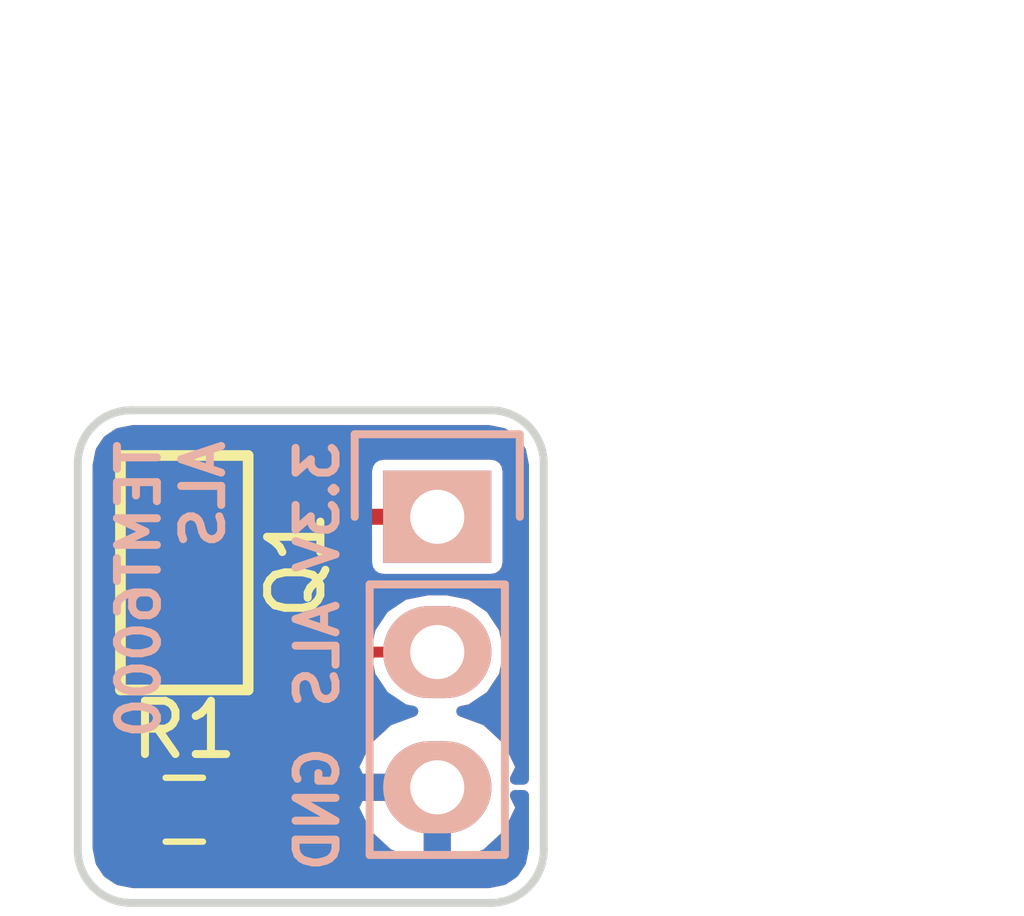
<source format=kicad_pcb>
(kicad_pcb (version 20170123) (host pcbnew "(2017-07-18 revision f509ccc7c)-makepkg")

  (general
    (thickness 1.6)
    (drawings 14)
    (tracks 9)
    (zones 0)
    (modules 3)
    (nets 4)
  )

  (page A4)
  (layers
    (0 F.Cu signal)
    (31 B.Cu signal)
    (32 B.Adhes user)
    (33 F.Adhes user)
    (34 B.Paste user)
    (35 F.Paste user)
    (36 B.SilkS user)
    (37 F.SilkS user)
    (38 B.Mask user)
    (39 F.Mask user)
    (40 Dwgs.User user)
    (41 Cmts.User user)
    (42 Eco1.User user)
    (43 Eco2.User user)
    (44 Edge.Cuts user)
    (45 Margin user)
    (46 B.CrtYd user)
    (47 F.CrtYd user)
    (48 B.Fab user hide)
    (49 F.Fab user hide)
  )

  (setup
    (last_trace_width 0.2032)
    (trace_clearance 0.2032)
    (zone_clearance 0.2032)
    (zone_45_only no)
    (trace_min 0.2)
    (segment_width 0.2)
    (edge_width 0.15)
    (via_size 0.6)
    (via_drill 0.4)
    (via_min_size 0.4)
    (via_min_drill 0.3)
    (uvia_size 0.3)
    (uvia_drill 0.1)
    (uvias_allowed no)
    (uvia_min_size 0.2)
    (uvia_min_drill 0.1)
    (pcb_text_width 0.3)
    (pcb_text_size 1.5 1.5)
    (mod_edge_width 0.15)
    (mod_text_size 1 1)
    (mod_text_width 0.15)
    (pad_size 1.524 1.524)
    (pad_drill 0.762)
    (pad_to_mask_clearance 0.2)
    (aux_axis_origin 0 0)
    (visible_elements 7FFFFF7F)
    (pcbplotparams
      (layerselection 0x00030_ffffffff)
      (usegerberextensions false)
      (excludeedgelayer true)
      (linewidth 0.100000)
      (plotframeref false)
      (viasonmask false)
      (mode 1)
      (useauxorigin false)
      (hpglpennumber 1)
      (hpglpenspeed 20)
      (hpglpendiameter 15)
      (psnegative false)
      (psa4output false)
      (plotreference true)
      (plotvalue true)
      (plotinvisibletext false)
      (padsonsilk false)
      (subtractmaskfromsilk false)
      (outputformat 1)
      (mirror false)
      (drillshape 1)
      (scaleselection 1)
      (outputdirectory ""))
  )

  (net 0 "")
  (net 1 +3V3)
  (net 2 GND)
  (net 3 /ALS)

  (net_class Default "This is the default net class."
    (clearance 0.2032)
    (trace_width 0.2032)
    (via_dia 0.6)
    (via_drill 0.4)
    (uvia_dia 0.3)
    (uvia_drill 0.1)
    (add_net +3V3)
    (add_net /ALS)
    (add_net GND)
  )

  (module Pin_Headers:Pin_Header_Straight_1x03 (layer B.Cu) (tedit 598773E0) (tstamp 5A27114E)
    (at 159.25 91.5 180)
    (descr "Through hole pin header")
    (tags "pin header")
    (path /5987BD2C)
    (fp_text reference J1 (at 0 5.1 180) (layer B.SilkS) hide
      (effects (font (size 1 1) (thickness 0.15)) (justify mirror))
    )
    (fp_text value CONN_01X03 (at 0 3.1 180) (layer B.Fab)
      (effects (font (size 1 1) (thickness 0.15)) (justify mirror))
    )
    (fp_line (start -1.75 1.75) (end -1.75 -6.85) (layer B.CrtYd) (width 0.05))
    (fp_line (start 1.75 1.75) (end 1.75 -6.85) (layer B.CrtYd) (width 0.05))
    (fp_line (start -1.75 1.75) (end 1.75 1.75) (layer B.CrtYd) (width 0.05))
    (fp_line (start -1.75 -6.85) (end 1.75 -6.85) (layer B.CrtYd) (width 0.05))
    (fp_line (start -1.27 -1.27) (end -1.27 -6.35) (layer B.SilkS) (width 0.15))
    (fp_line (start -1.27 -6.35) (end 1.27 -6.35) (layer B.SilkS) (width 0.15))
    (fp_line (start 1.27 -6.35) (end 1.27 -1.27) (layer B.SilkS) (width 0.15))
    (fp_line (start 1.55 1.55) (end 1.55 0) (layer B.SilkS) (width 0.15))
    (fp_line (start 1.27 -1.27) (end -1.27 -1.27) (layer B.SilkS) (width 0.15))
    (fp_line (start -1.55 0) (end -1.55 1.55) (layer B.SilkS) (width 0.15))
    (fp_line (start -1.55 1.55) (end 1.55 1.55) (layer B.SilkS) (width 0.15))
    (pad 1 thru_hole rect (at 0 0 180) (size 2.032 1.7272) (drill 1.016) (layers *.Cu *.Mask B.SilkS)
      (net 1 +3V3))
    (pad 2 thru_hole oval (at 0 -2.54 180) (size 2.032 1.7272) (drill 1.016) (layers *.Cu *.Mask B.SilkS)
      (net 3 /ALS))
    (pad 3 thru_hole oval (at 0 -5.08 180) (size 2.032 1.7272) (drill 1.016) (layers *.Cu *.Mask B.SilkS)
      (net 2 GND))
    (model Pin_Headers.3dshapes/Pin_Header_Straight_1x03.wrl
      (at (xyz 0 -0.1 0))
      (scale (xyz 1 1 1))
      (rotate (xyz 0 0 90))
    )
  )

  (module Opto-Devices-xil:TEMT6000 (layer F.Cu) (tedit 5987732A) (tstamp 5A15428D)
    (at 154.5 93.75)
    (path /5987B92F)
    (fp_text reference Q1 (at 2.1 -1.35 90) (layer F.SilkS)
      (effects (font (size 1 1) (thickness 0.15)))
    )
    (fp_text value TEMT6000 (at -2.066839 -1.691513 90) (layer F.SilkS) hide
      (effects (font (size 1 1) (thickness 0.15)))
    )
    (fp_line (start 1.19888 1.00076) (end -1.19888 1.00076) (layer F.SilkS) (width 0.2))
    (fp_line (start -1.19888 1.00076) (end -1.19888 -3.40106) (layer F.SilkS) (width 0.2))
    (fp_line (start -1.19888 -3.40106) (end 1.19888 -3.40106) (layer F.SilkS) (width 0.2))
    (fp_line (start 1.19888 -3.40106) (end 1.19888 1.00076) (layer F.SilkS) (width 0.2))
    (pad 1 smd rect (at 0 -2.99974) (size 1.00076 1.09982) (layers F.Cu F.Paste F.Mask)
      (net 1 +3V3))
    (pad 2 smd rect (at -0.55118 0.55118) (size 0.8001 1.09982) (layers F.Cu F.Paste F.Mask)
      (net 3 /ALS))
    (pad "" smd rect (at 0.55118 0.55118) (size 0.8001 1.09982) (layers F.Cu F.Paste F.Mask))
    (model ${KISYS3DMOD}/LEDs.3dshapes/LED_1206.wrl
      (at (xyz 0 0.04921259842519685 0))
      (scale (xyz 1.4 1.4 1.4))
      (rotate (xyz 0 0 90))
    )
  )

  (module Capacitors_SMD:C_0603 (layer F.Cu) (tedit 58AA844E) (tstamp 5A1542B2)
    (at 154.5 97)
    (descr "Capacitor SMD 0603, reflow soldering, AVX (see smccp.pdf)")
    (tags "capacitor 0603")
    (path /5987BA1A)
    (attr smd)
    (fp_text reference R1 (at 0 -1.5) (layer F.SilkS)
      (effects (font (size 1 1) (thickness 0.15)))
    )
    (fp_text value 10K (at 0 1.5) (layer F.Fab)
      (effects (font (size 1 1) (thickness 0.15)))
    )
    (fp_line (start 1.4 0.65) (end -1.4 0.65) (layer F.CrtYd) (width 0.05))
    (fp_line (start 1.4 0.65) (end 1.4 -0.65) (layer F.CrtYd) (width 0.05))
    (fp_line (start -1.4 -0.65) (end -1.4 0.65) (layer F.CrtYd) (width 0.05))
    (fp_line (start -1.4 -0.65) (end 1.4 -0.65) (layer F.CrtYd) (width 0.05))
    (fp_line (start 0.35 0.6) (end -0.35 0.6) (layer F.SilkS) (width 0.12))
    (fp_line (start -0.35 -0.6) (end 0.35 -0.6) (layer F.SilkS) (width 0.12))
    (fp_line (start -0.8 -0.4) (end 0.8 -0.4) (layer F.Fab) (width 0.1))
    (fp_line (start 0.8 -0.4) (end 0.8 0.4) (layer F.Fab) (width 0.1))
    (fp_line (start 0.8 0.4) (end -0.8 0.4) (layer F.Fab) (width 0.1))
    (fp_line (start -0.8 0.4) (end -0.8 -0.4) (layer F.Fab) (width 0.1))
    (fp_text user %R (at 0 -1.5) (layer F.Fab)
      (effects (font (size 1 1) (thickness 0.15)))
    )
    (pad 2 smd rect (at 0.75 0) (size 0.8 0.75) (layers F.Cu F.Paste F.Mask)
      (net 2 GND))
    (pad 1 smd rect (at -0.75 0) (size 0.8 0.75) (layers F.Cu F.Paste F.Mask)
      (net 3 /ALS))
    (model Capacitors_SMD.3dshapes/C_0603.wrl
      (at (xyz 0 0 0))
      (scale (xyz 1 1 1))
      (rotate (xyz 0 0 0))
    )
  )

  (dimension 8.75 (width 0.3) (layer Margin)
    (gr_text "8.750 mm" (at 156.875 83.65) (layer Margin)
      (effects (font (size 1.5 1.5) (thickness 0.3)))
    )
    (feature1 (pts (xy 161.25 87.75) (xy 161.25 82.3)))
    (feature2 (pts (xy 152.5 87.75) (xy 152.5 82.3)))
    (crossbar (pts (xy 152.5 85) (xy 161.25 85)))
    (arrow1a (pts (xy 161.25 85) (xy 160.123496 85.586421)))
    (arrow1b (pts (xy 161.25 85) (xy 160.123496 84.413579)))
    (arrow2a (pts (xy 152.5 85) (xy 153.626504 85.586421)))
    (arrow2b (pts (xy 152.5 85) (xy 153.626504 84.413579)))
  )
  (dimension 9.25 (width 0.3) (layer Margin)
    (gr_text "9.250 mm" (at 167.6 94.125 270) (layer Margin)
      (effects (font (size 1.5 1.5) (thickness 0.3)))
    )
    (feature1 (pts (xy 164.25 98.75) (xy 168.95 98.75)))
    (feature2 (pts (xy 164.25 89.5) (xy 168.95 89.5)))
    (crossbar (pts (xy 166.25 89.5) (xy 166.25 98.75)))
    (arrow1a (pts (xy 166.25 98.75) (xy 165.663579 97.623496)))
    (arrow1b (pts (xy 166.25 98.75) (xy 166.836421 97.623496)))
    (arrow2a (pts (xy 166.25 89.5) (xy 165.663579 90.626504)))
    (arrow2b (pts (xy 166.25 89.5) (xy 166.836421 90.626504)))
  )
  (gr_text GND (at 157 95.75 90) (layer B.SilkS) (tstamp 5A271259)
    (effects (font (size 0.75 0.75) (thickness 0.15)) (justify left mirror))
  )
  (gr_text ALS (at 157 93 90) (layer B.SilkS) (tstamp 5A271258)
    (effects (font (size 0.75 0.75) (thickness 0.15)) (justify left mirror))
  )
  (gr_text 3.3V (at 157 90 90) (layer B.SilkS) (tstamp 5A271254)
    (effects (font (size 0.75 0.75) (thickness 0.15)) (justify left mirror))
  )
  (gr_text "TEMT6000\nALS" (at 154.25 90 90) (layer B.SilkS)
    (effects (font (size 0.75 0.75) (thickness 0.15)) (justify left mirror))
  )
  (gr_arc (start 160.25 97.75) (end 160.25 98.75) (angle -90) (layer Edge.Cuts) (width 0.15))
  (gr_arc (start 153.5 97.75) (end 152.5 97.75) (angle -90) (layer Edge.Cuts) (width 0.15))
  (gr_arc (start 153.5 90.5) (end 153.5 89.5) (angle -90) (layer Edge.Cuts) (width 0.15))
  (gr_arc (start 160.25 90.5) (end 161.25 90.5) (angle -90) (layer Edge.Cuts) (width 0.15))
  (gr_line (start 153.5 89.5) (end 160.25 89.5) (layer Edge.Cuts) (width 0.15))
  (gr_line (start 152.5 97.75) (end 152.5 90.5) (layer Edge.Cuts) (width 0.15))
  (gr_line (start 160.25 98.75) (end 153.5 98.75) (layer Edge.Cuts) (width 0.15))
  (gr_line (start 161.25 90.5) (end 161.25 97.75) (layer Edge.Cuts) (width 0.15))

  (segment (start 157.5 91.5) (end 156.75026 90.75026) (width 0.3) (layer F.Cu) (net 1))
  (segment (start 156.75026 90.75026) (end 154.5 90.75026) (width 0.3) (layer F.Cu) (net 1))
  (segment (start 159.25 91.5) (end 157.5 91.5) (width 0.3) (layer F.Cu) (net 1))
  (segment (start 153.94882 94.30118) (end 153.94882 95.75) (width 0.2032) (layer F.Cu) (net 3))
  (segment (start 153.94882 95.75) (end 153.94882 96.80118) (width 0.2032) (layer F.Cu) (net 3))
  (segment (start 159.25 94.04) (end 158.0308 94.04) (width 0.2032) (layer F.Cu) (net 3))
  (segment (start 158.0308 94.04) (end 156.3208 95.75) (width 0.2032) (layer F.Cu) (net 3))
  (segment (start 156.3208 95.75) (end 153.94882 95.75) (width 0.2032) (layer F.Cu) (net 3))
  (segment (start 153.94882 96.80118) (end 153.75 97) (width 0.2032) (layer F.Cu) (net 3))

  (zone (net 2) (net_name GND) (layer F.Cu) (tstamp 0) (hatch edge 0.508)
    (connect_pads (clearance 0.2032))
    (min_thickness 0.2032)
    (fill yes (arc_segments 16) (thermal_gap 0.508) (thermal_bridge_width 0.508))
    (polygon
      (pts
        (xy 152.25 89.25) (xy 152.25 99) (xy 161.5 99) (xy 161.5 89.25)
      )
    )
    (filled_polygon
      (pts
        (xy 160.484493 89.933884) (xy 160.683287 90.066714) (xy 160.816116 90.265507) (xy 160.8702 90.537405) (xy 160.8702 96.427598)
        (xy 160.714379 96.427598) (xy 160.825815 96.200254) (xy 160.594243 95.714075) (xy 160.172144 95.323891) (xy 159.708177 95.152724)
        (xy 159.875403 95.119461) (xy 160.25446 94.866184) (xy 160.507737 94.487127) (xy 160.596676 94.04) (xy 160.507737 93.592873)
        (xy 160.25446 93.213816) (xy 159.875403 92.960539) (xy 159.428276 92.8716) (xy 159.071724 92.8716) (xy 158.624597 92.960539)
        (xy 158.24554 93.213816) (xy 157.992263 93.592873) (xy 157.982241 93.643259) (xy 157.875277 93.664535) (xy 157.743432 93.752632)
        (xy 156.152464 95.3436) (xy 154.35522 95.3436) (xy 154.35522 95.160598) (xy 154.467797 95.138205) (xy 154.5 95.116687)
        (xy 154.532203 95.138205) (xy 154.65113 95.161861) (xy 155.45123 95.161861) (xy 155.570157 95.138205) (xy 155.670978 95.070838)
        (xy 155.738345 94.970017) (xy 155.762001 94.85109) (xy 155.762001 93.75127) (xy 155.738345 93.632343) (xy 155.670978 93.531522)
        (xy 155.570157 93.464155) (xy 155.45123 93.440499) (xy 154.65113 93.440499) (xy 154.532203 93.464155) (xy 154.5 93.485673)
        (xy 154.467797 93.464155) (xy 154.34887 93.440499) (xy 153.54877 93.440499) (xy 153.429843 93.464155) (xy 153.329022 93.531522)
        (xy 153.261655 93.632343) (xy 153.237999 93.75127) (xy 153.237999 94.85109) (xy 153.261655 94.970017) (xy 153.329022 95.070838)
        (xy 153.429843 95.138205) (xy 153.54242 95.160598) (xy 153.54242 96.314229) (xy 153.35 96.314229) (xy 153.231073 96.337885)
        (xy 153.130252 96.405252) (xy 153.062885 96.506073) (xy 153.039229 96.625) (xy 153.039229 97.375) (xy 153.062885 97.493927)
        (xy 153.130252 97.594748) (xy 153.231073 97.662115) (xy 153.35 97.685771) (xy 154.15 97.685771) (xy 154.268927 97.662115)
        (xy 154.300392 97.641091) (xy 154.333206 97.720311) (xy 154.504689 97.891794) (xy 154.728743 97.9846) (xy 154.9452 97.9846)
        (xy 155.0976 97.8322) (xy 155.0976 97.1524) (xy 155.4024 97.1524) (xy 155.4024 97.8322) (xy 155.5548 97.9846)
        (xy 155.771257 97.9846) (xy 155.995311 97.891794) (xy 156.166794 97.720311) (xy 156.2596 97.496257) (xy 156.2596 97.3048)
        (xy 156.1072 97.1524) (xy 155.4024 97.1524) (xy 155.0976 97.1524) (xy 155.0776 97.1524) (xy 155.0776 96.959746)
        (xy 157.674185 96.959746) (xy 157.905757 97.445925) (xy 158.327856 97.836109) (xy 158.867141 98.035062) (xy 159.0976 97.9008)
        (xy 159.0976 96.7324) (xy 157.785622 96.7324) (xy 157.674185 96.959746) (xy 155.0776 96.959746) (xy 155.0776 96.8476)
        (xy 155.0976 96.8476) (xy 155.0976 96.8276) (xy 155.4024 96.8276) (xy 155.4024 96.8476) (xy 156.1072 96.8476)
        (xy 156.2596 96.6952) (xy 156.2596 96.503743) (xy 156.166794 96.279689) (xy 156.043505 96.1564) (xy 156.3208 96.1564)
        (xy 156.476323 96.125465) (xy 156.608168 96.037368) (xy 158.058812 94.586724) (xy 158.24554 94.866184) (xy 158.624597 95.119461)
        (xy 158.791823 95.152724) (xy 158.327856 95.323891) (xy 157.905757 95.714075) (xy 157.674185 96.200254) (xy 157.785622 96.4276)
        (xy 159.0976 96.4276) (xy 159.0976 96.4076) (xy 159.4024 96.4076) (xy 159.4024 96.4276) (xy 159.4224 96.4276)
        (xy 159.4224 96.7324) (xy 159.4024 96.7324) (xy 159.4024 97.9008) (xy 159.632859 98.035062) (xy 160.172144 97.836109)
        (xy 160.594243 97.445925) (xy 160.825815 96.959746) (xy 160.714379 96.732402) (xy 160.8702 96.732402) (xy 160.8702 97.712595)
        (xy 160.816116 97.984493) (xy 160.683287 98.183286) (xy 160.484493 98.316116) (xy 160.212595 98.3702) (xy 153.537405 98.3702)
        (xy 153.265507 98.316116) (xy 153.066714 98.183287) (xy 152.933884 97.984493) (xy 152.8798 97.712595) (xy 152.8798 90.537405)
        (xy 152.933884 90.265507) (xy 152.97742 90.20035) (xy 153.688849 90.20035) (xy 153.688849 91.30017) (xy 153.712505 91.419097)
        (xy 153.779872 91.519918) (xy 153.880693 91.587285) (xy 153.99962 91.610941) (xy 155.00038 91.610941) (xy 155.119307 91.587285)
        (xy 155.220128 91.519918) (xy 155.287495 91.419097) (xy 155.311151 91.30017) (xy 155.311151 91.20506) (xy 156.561876 91.20506)
        (xy 157.178407 91.821592) (xy 157.276995 91.887465) (xy 157.325956 91.92018) (xy 157.5 91.9548) (xy 157.923229 91.9548)
        (xy 157.923229 92.3636) (xy 157.946885 92.482527) (xy 158.014252 92.583348) (xy 158.115073 92.650715) (xy 158.234 92.674371)
        (xy 160.266 92.674371) (xy 160.384927 92.650715) (xy 160.485748 92.583348) (xy 160.553115 92.482527) (xy 160.576771 92.3636)
        (xy 160.576771 90.6364) (xy 160.553115 90.517473) (xy 160.485748 90.416652) (xy 160.384927 90.349285) (xy 160.266 90.325629)
        (xy 158.234 90.325629) (xy 158.115073 90.349285) (xy 158.014252 90.416652) (xy 157.946885 90.517473) (xy 157.923229 90.6364)
        (xy 157.923229 91.0452) (xy 157.688385 91.0452) (xy 157.071852 90.428668) (xy 156.924304 90.33008) (xy 156.75026 90.29546)
        (xy 155.311151 90.29546) (xy 155.311151 90.20035) (xy 155.287495 90.081423) (xy 155.220128 89.980602) (xy 155.119307 89.913235)
        (xy 155.00038 89.889579) (xy 153.99962 89.889579) (xy 153.880693 89.913235) (xy 153.779872 89.980602) (xy 153.712505 90.081423)
        (xy 153.688849 90.20035) (xy 152.97742 90.20035) (xy 153.066714 90.066713) (xy 153.265507 89.933884) (xy 153.537405 89.8798)
        (xy 160.212595 89.8798)
      )
    )
  )
  (zone (net 2) (net_name GND) (layer B.Cu) (tstamp 5A271248) (hatch edge 0.508)
    (connect_pads (clearance 0.2032))
    (min_thickness 0.2032)
    (fill yes (arc_segments 16) (thermal_gap 0.508) (thermal_bridge_width 0.508))
    (polygon
      (pts
        (xy 152.25 89.25) (xy 152.25 99) (xy 161.5 99) (xy 161.5 89.25)
      )
    )
    (filled_polygon
      (pts
        (xy 160.484493 89.933884) (xy 160.683287 90.066714) (xy 160.816116 90.265507) (xy 160.8702 90.537405) (xy 160.8702 96.427598)
        (xy 160.714379 96.427598) (xy 160.825815 96.200254) (xy 160.594243 95.714075) (xy 160.172144 95.323891) (xy 159.708177 95.152724)
        (xy 159.875403 95.119461) (xy 160.25446 94.866184) (xy 160.507737 94.487127) (xy 160.596676 94.04) (xy 160.507737 93.592873)
        (xy 160.25446 93.213816) (xy 159.875403 92.960539) (xy 159.428276 92.8716) (xy 159.071724 92.8716) (xy 158.624597 92.960539)
        (xy 158.24554 93.213816) (xy 157.992263 93.592873) (xy 157.903324 94.04) (xy 157.992263 94.487127) (xy 158.24554 94.866184)
        (xy 158.624597 95.119461) (xy 158.791823 95.152724) (xy 158.327856 95.323891) (xy 157.905757 95.714075) (xy 157.674185 96.200254)
        (xy 157.785622 96.4276) (xy 159.0976 96.4276) (xy 159.0976 96.4076) (xy 159.4024 96.4076) (xy 159.4024 96.4276)
        (xy 159.4224 96.4276) (xy 159.4224 96.7324) (xy 159.4024 96.7324) (xy 159.4024 97.9008) (xy 159.632859 98.035062)
        (xy 160.172144 97.836109) (xy 160.594243 97.445925) (xy 160.825815 96.959746) (xy 160.714379 96.732402) (xy 160.8702 96.732402)
        (xy 160.8702 97.712595) (xy 160.816116 97.984493) (xy 160.683287 98.183286) (xy 160.484493 98.316116) (xy 160.212595 98.3702)
        (xy 153.537405 98.3702) (xy 153.265507 98.316116) (xy 153.066714 98.183287) (xy 152.933884 97.984493) (xy 152.8798 97.712595)
        (xy 152.8798 96.959746) (xy 157.674185 96.959746) (xy 157.905757 97.445925) (xy 158.327856 97.836109) (xy 158.867141 98.035062)
        (xy 159.0976 97.9008) (xy 159.0976 96.7324) (xy 157.785622 96.7324) (xy 157.674185 96.959746) (xy 152.8798 96.959746)
        (xy 152.8798 90.6364) (xy 157.923229 90.6364) (xy 157.923229 92.3636) (xy 157.946885 92.482527) (xy 158.014252 92.583348)
        (xy 158.115073 92.650715) (xy 158.234 92.674371) (xy 160.266 92.674371) (xy 160.384927 92.650715) (xy 160.485748 92.583348)
        (xy 160.553115 92.482527) (xy 160.576771 92.3636) (xy 160.576771 90.6364) (xy 160.553115 90.517473) (xy 160.485748 90.416652)
        (xy 160.384927 90.349285) (xy 160.266 90.325629) (xy 158.234 90.325629) (xy 158.115073 90.349285) (xy 158.014252 90.416652)
        (xy 157.946885 90.517473) (xy 157.923229 90.6364) (xy 152.8798 90.6364) (xy 152.8798 90.537405) (xy 152.933884 90.265507)
        (xy 153.066714 90.066713) (xy 153.265507 89.933884) (xy 153.537405 89.8798) (xy 160.212595 89.8798)
      )
    )
  )
)

</source>
